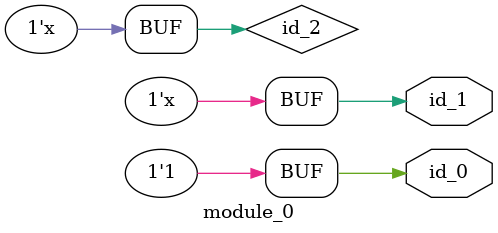
<source format=v>
module module_0 (
    output id_0,
    output reg id_1
);
  reg id_2;
  assign id_2 = id_2;
  assign id_1 = id_2;
  initial begin
    id_0 <= 1;
    id_2 <= id_2;
  end
endmodule
`default_nettype wire

</source>
